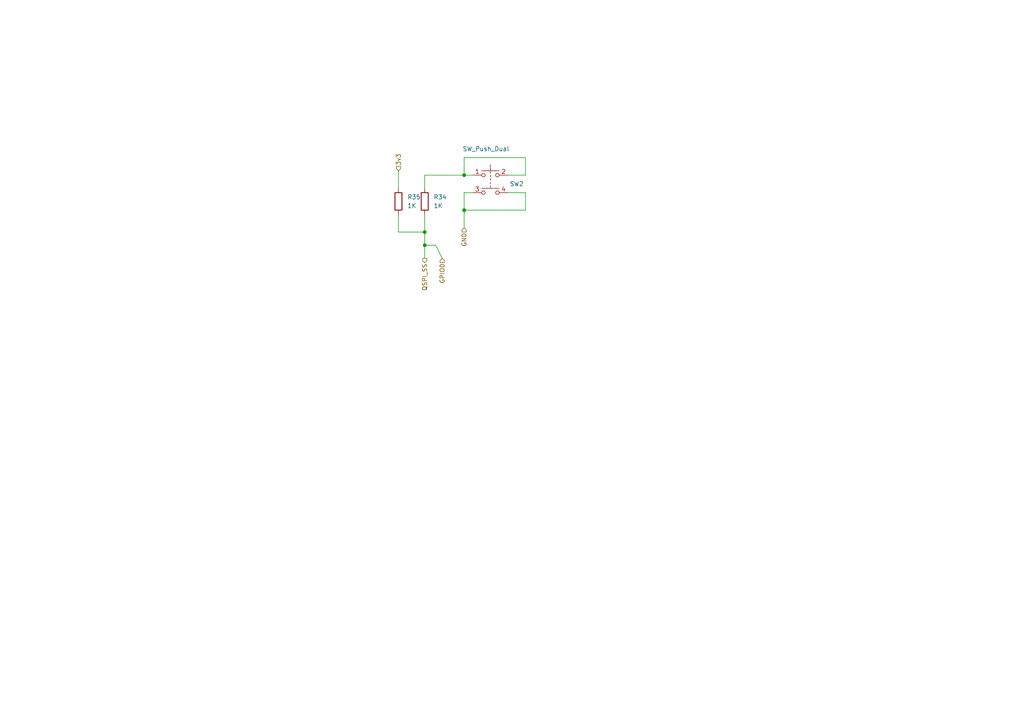
<source format=kicad_sch>
(kicad_sch (version 20230121) (generator eeschema)
  (paper "A4")
  (lib_symbols
    (symbol "Device:R" (pin_numbers hide) (pin_names (offset 0))
      (property "Reference" "R" (at 2.032 0 90))
      (property "Value" "R" (at 0 0 90))
      (symbol "R_0_1"
        (rectangle (start -1.016 -2.54) (end 1.016 2.54) (stroke (width 0.254)))
      )
      (symbol "R_1_1"
        (pin passive line (at 0 3.81 270) (length 1.27) (name "~") (number "1"))
        (pin passive line (at 0 -3.81 90) (length 1.27) (name "~") (number "2"))
      )
    )
    (symbol "Switch:SW_Push_Dual" (pin_names (offset 1.016) hide)
      (property "Reference" "SW" (at 1.27 2.54 0))
      (property "Value" "SW_Push_Dual" (at 0 -6.858 0))
      (symbol "SW_Push_Dual_0_1"
        (circle (center -2.032 -5.08) (radius 0.508))
        (circle (center -2.032 0) (radius 0.508))
        (polyline (pts (xy 0 -3.048) (xy 0 -3.556)))
        (polyline (pts (xy 0 -2.032) (xy 0 -2.54)))
        (polyline (pts (xy 0 -1.524) (xy 0 -1.016)))
        (polyline (pts (xy 0 -0.508) (xy 0 0)))
        (polyline (pts (xy 0 0.508) (xy 0 1.016)))
        (polyline (pts (xy 0 1.27) (xy 0 3.048)))
        (polyline (pts (xy 2.54 -3.81) (xy -2.54 -3.81)))
        (polyline (pts (xy 2.54 1.27) (xy -2.54 1.27)))
        (circle (center 2.032 -5.08) (radius 0.508))
        (circle (center 2.032 0) (radius 0.508))
        (pin passive line (at -5.08 0 0) (length 2.54) (name "1") (number "1"))
        (pin passive line (at 5.08 0 180) (length 2.54) (name "2") (number "2"))
        (pin passive line (at -5.08 -5.08 0) (length 2.54) (name "3") (number "3"))
        (pin passive line (at 5.08 -5.08 180) (length 2.54) (name "4") (number "4"))
      )
    )
  )
  (junction (at 134.62 50.8))
  (junction (at 123.19 71.12))
  (junction (at 134.62 60.96))
  (junction (at 123.19 67.31))
  (wire (pts (xy 123.19 54.61) (xy 123.19 50.8)))
  (wire (pts (xy 134.62 55.88) (xy 137.16 55.88)))
  (wire (pts (xy 126.365 71.12) (xy 123.19 71.12)))
  (wire (pts (xy 152.4 55.88) (xy 152.4 60.96)))
  (wire (pts (xy 134.62 50.8) (xy 123.19 50.8)))
  (wire (pts (xy 152.4 60.96) (xy 134.62 60.96)))
  (wire (pts (xy 123.19 67.31) (xy 123.19 71.12)))
  (wire (pts (xy 128.27 74.93) (xy 126.365 71.12)))
  (wire (pts (xy 115.57 49.53) (xy 115.57 54.61)))
  (wire (pts (xy 123.19 71.12) (xy 123.19 74.93)))
  (wire (pts (xy 134.62 60.96) (xy 134.62 66.04)))
  (wire (pts (xy 152.4 45.72) (xy 134.62 45.72)))
  (wire (pts (xy 134.62 60.96) (xy 134.62 55.88)))
  (wire (pts (xy 152.4 50.8) (xy 152.4 45.72)))
  (wire (pts (xy 123.19 62.23) (xy 123.19 67.31)))
  (wire (pts (xy 115.57 67.31) (xy 123.19 67.31)))
  (wire (pts (xy 147.32 50.8) (xy 152.4 50.8)))
  (wire (pts (xy 134.62 45.72) (xy 134.62 50.8)))
  (wire (pts (xy 147.32 55.88) (xy 152.4 55.88)))
  (wire (pts (xy 134.62 50.8) (xy 137.16 50.8)))
  (wire (pts (xy 115.57 62.23) (xy 115.57 67.31)))
  (hierarchical_label "QSPI_SS" (shape output) (at 123.19 74.93 270))
  (hierarchical_label "GPIO0" (shape input) (at 128.27 74.93 270))
  (hierarchical_label "GND" (shape input) (at 134.62 66.04 270))
  (hierarchical_label "3v3" (shape input) (at 115.57 49.53 90))
  (symbol (lib_id "Device:R") (at 123.19 58.42 0) (unit 1)
    (property "Reference" "R34" (at 125.73 57.15 0) (effects (justify left)))
    (property "Value" "1K" (at 125.73 59.69 0) (effects (justify left)))
    (instances (project "ROSE-PILK_v1" (path "" (reference "R34") (unit 1)) (path "" (reference "R37") (unit 1))))
  )
  (symbol (lib_id "Device:R") (at 115.57 58.42 0) (unit 1)
    (property "Reference" "R35" (at 118.11 57.15 0) (effects (justify left)))
    (property "Value" "1K" (at 118.11 59.69 0) (effects (justify left)))
    (instances (project "ROSE-PILK_v1" (path "" (reference "R35") (unit 1)) (path "" (reference "R36") (unit 1))))
  )
  (symbol (lib_id "Switch:SW_Push_Dual") (at 142.24 50.8 0) (unit 1)
    (property "Reference" "SW2" (at 149.86 53.34 0))
    (property "Value" "SW_Push_Dual" (at 140.97 43.18 0))
    (instances (project "ROSE-PILK_v1" (path "" (reference "SW2") (unit 1)) (path "" (reference "SW3") (unit 1))))
  )
)
</source>
